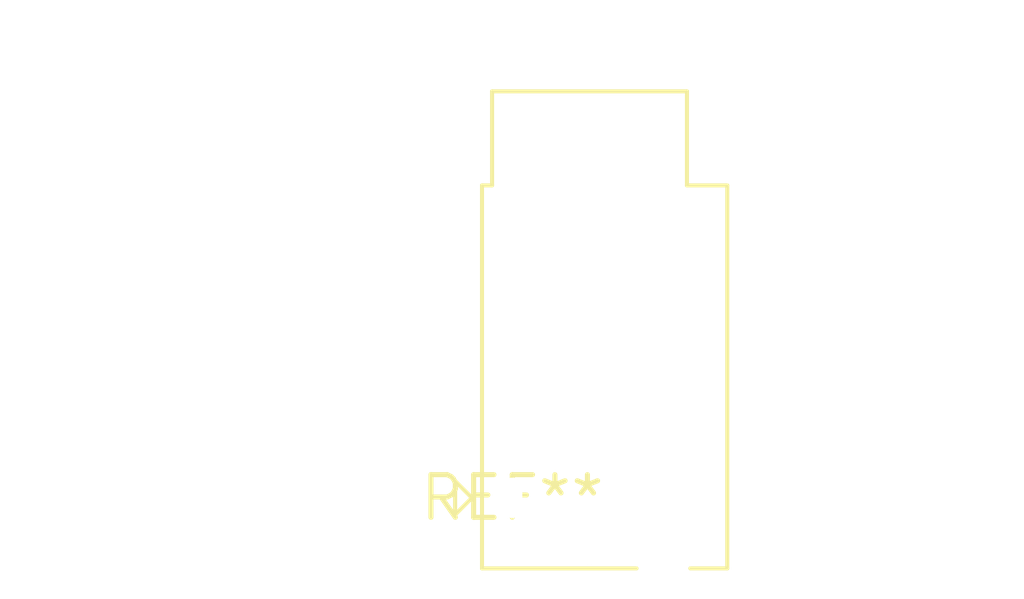
<source format=kicad_pcb>
(kicad_pcb (version 20240108) (generator pcbnew)
  (layers (0 "F.Cu" signal) (31 "B.Cu" signal) (34 "B.Paste" user) (35 "F.Paste" user) (36 "B.SilkS" user "B.Silkscreen") (37 "F.SilkS" user "F.Silkscreen") (38 "B.Mask" user) (39 "F.Mask" user) (44 "Edge.Cuts" user))
  (net 0 "")
  (footprint "Jack_3.5mm_PJ320E_Horizontal" (layer "F.Cu") (at 0 0)
    (property "Reference" "REF**")
    (property "Value" "Jack_3.5mm_PJ320E_Horizontal")
    (fp_line (start -1.7 -0.5) (end -1.7 0.5) (layer "F.SilkS") (stroke (width 0.12)))
    (fp_line (start -1.7 0.5) (end -1.2 0) (layer "F.SilkS") (stroke (width 0.12)))
    (fp_line (start -1.2 0) (end -1.7 -0.5) (layer "F.SilkS") (stroke (width 0.12)))
    (fp_line (start -0.9 -9.3) (end -0.9 2.1) (layer "F.SilkS") (stroke (width 0.12)))
    (fp_line (start -0.9 -9.3) (end -0.6 -9.3) (layer "F.SilkS") (stroke (width 0.12)))
    (fp_line (start -0.9 2.1) (end 3.7 2.1) (layer "F.SilkS") (stroke (width 0.12)))
    (fp_line (start -0.6 -9.3) (end -0.6 -12.1) (layer "F.SilkS") (stroke (width 0.12)))
    (fp_line (start 5.2 -12.1) (end -0.6 -12.1) (layer "F.SilkS") (stroke (width 0.12)))
    (fp_line (start 5.2 -9.3) (end 5.2 -12.1) (layer "F.SilkS") (stroke (width 0.12)))
    (fp_line (start 5.2 -9.3) (end 6.4 -9.3) (layer "F.SilkS") (stroke (width 0.12)))
    (fp_line (start 6.4 -9.3) (end 6.4 2.1) (layer "F.SilkS") (stroke (width 0.12)))
    (fp_line (start 6.4 2.1) (end 5.3 2.1) (layer "F.SilkS") (stroke (width 0.12)))
    (pad "" np_thru_hole circle (at 2.3 -5.7 270) (size 1.2 1.2) (drill 1.2) (layers *.Cu *.Mask))
    (pad "" np_thru_hole circle (at 2.3 1.3 270) (size 1.2 1.2) (drill 1.2) (layers *.Cu *.Mask))
    (pad "" thru_hole oval (at 5.5 -7 270) (size 2 1.4) (drill oval 1.2 0.6) (layers *.Cu *.Mask) (remove_unused_layers))
    (pad "R1" thru_hole oval (at 0 -4 270) (size 2 1.4) (drill oval 1.2 0.6) (layers *.Cu *.Mask) (remove_unused_layers))
    (pad "R2" thru_hole oval (at 0 -7 270) (size 2 1.4) (drill oval 1.2 0.6) (layers *.Cu *.Mask) (remove_unused_layers))
    (pad "S" thru_hole oval (at 4.5 1.5 270) (size 2 1.4) (drill oval 1.2 0.6) (layers *.Cu *.Mask) (remove_unused_layers))
    (pad "T" thru_hole rect (at 0 0 270) (size 2 1.4) (drill oval 1.2 0.6) (layers *.Cu *.Mask) (remove_unused_layers))
  )
)
</source>
